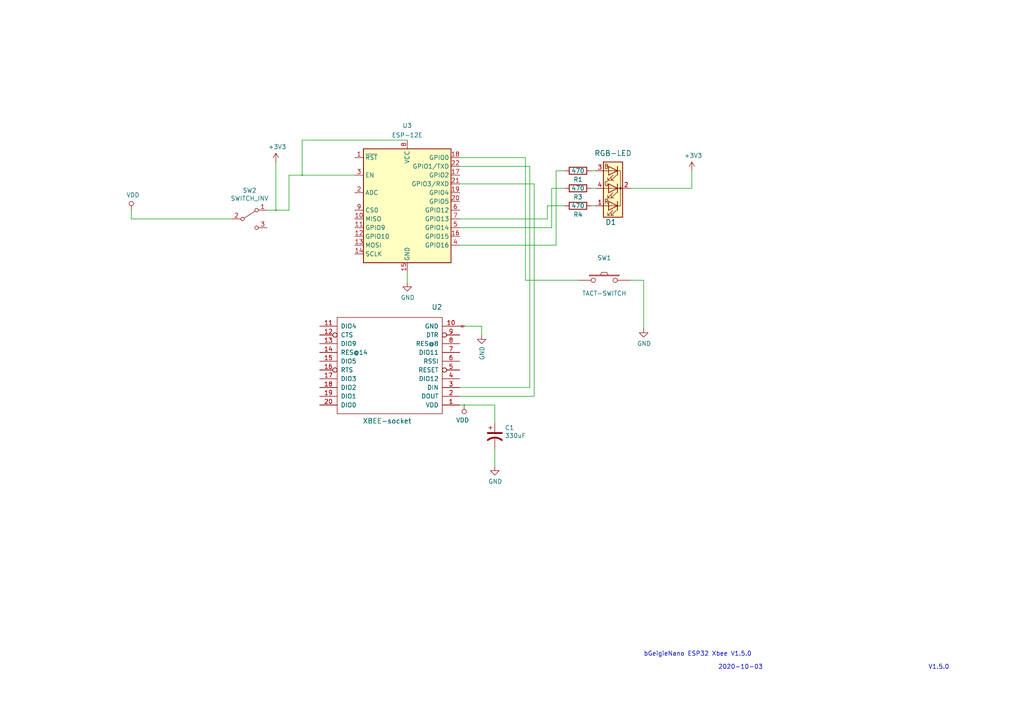
<source format=kicad_sch>
(kicad_sch (version 20210621) (generator eeschema)
  (paper "A4")
  (title_block (date "2021-07-22") (rev "V1.5.0"))
  (lib_symbols
    (symbol "RF_Module:ESP-12E"
      (property "Reference" "U" (at -12.7 19.05 0))
      (property "Value" "ESP-12E" (at 12.7 19.05 0))
      (symbol "ESP-12E_0_1"
        (rectangle (start -12.7 17.78) (end 12.7 -15.24) (stroke (width 0.254)) (fill (type background)))
      )
      (symbol "ESP-12E_1_1"
        (pin input line (at -15.24 15.24 0) (length 2.54) (name "~{RST}") (number "1"))
        (pin bidirectional line (at -15.24 -2.54 0) (length 2.54) (name "MISO") (number "10"))
        (pin bidirectional line (at -15.24 -5.08 0) (length 2.54) (name "GPIO9") (number "11"))
        (pin bidirectional line (at -15.24 -7.62 0) (length 2.54) (name "GPIO10") (number "12"))
        (pin bidirectional line (at -15.24 -10.16 0) (length 2.54) (name "MOSI") (number "13"))
        (pin bidirectional line (at -15.24 -12.7 0) (length 2.54) (name "SCLK") (number "14"))
        (pin power_in line (at 0 -17.78 90) (length 2.54) (name "GND") (number "15"))
        (pin bidirectional line (at 15.24 -7.62 180) (length 2.54) (name "GPIO15") (number "16"))
        (pin bidirectional line (at 15.24 10.16 180) (length 2.54) (name "GPIO2") (number "17"))
        (pin bidirectional line (at 15.24 15.24 180) (length 2.54) (name "GPIO0") (number "18"))
        (pin bidirectional line (at 15.24 5.08 180) (length 2.54) (name "GPIO4") (number "19"))
        (pin input line (at -15.24 5.08 0) (length 2.54) (name "ADC") (number "2"))
        (pin bidirectional line (at 15.24 2.54 180) (length 2.54) (name "GPIO5") (number "20"))
        (pin bidirectional line (at 15.24 7.62 180) (length 2.54) (name "GPIO3/RXD") (number "21"))
        (pin bidirectional line (at 15.24 12.7 180) (length 2.54) (name "GPIO1/TXD") (number "22"))
        (pin input line (at -15.24 10.16 0) (length 2.54) (name "EN") (number "3"))
        (pin bidirectional line (at 15.24 -10.16 180) (length 2.54) (name "GPIO16") (number "4"))
        (pin bidirectional line (at 15.24 -5.08 180) (length 2.54) (name "GPIO14") (number "5"))
        (pin bidirectional line (at 15.24 0 180) (length 2.54) (name "GPIO12") (number "6"))
        (pin bidirectional line (at 15.24 -2.54 180) (length 2.54) (name "GPIO13") (number "7"))
        (pin power_in line (at 0 20.32 270) (length 2.54) (name "VCC") (number "8"))
        (pin input line (at -15.24 0 0) (length 2.54) (name "CS0") (number "9"))
      )
    )
    (symbol "Switch:SW_SPDT" (pin_names (offset 0) hide)
      (property "Reference" "SW" (at 0 4.318 0))
      (property "Value" "SW_SPDT" (at 0 -5.08 0))
      (symbol "SW_SPDT_0_0"
        (circle (center -2.032 0) (radius 0.508))
        (circle (center 2.032 -2.54) (radius 0.508))
      )
      (symbol "SW_SPDT_0_1"
        (circle (center 2.032 2.54) (radius 0.508))
        (polyline (pts (xy -1.524 0.254) (xy 1.651 2.286)))
      )
      (symbol "SW_SPDT_1_1"
        (pin passive line (at 5.08 2.54 180) (length 2.54) (name "A") (number "1"))
        (pin passive line (at -5.08 0 0) (length 2.54) (name "B") (number "2"))
        (pin passive line (at 5.08 -2.54 180) (length 2.54) (name "C") (number "3"))
      )
    )
    (symbol "power:+3.3V" (power) (pin_names (offset 0))
      (property "Value" "+3.3V" (at 0 3.556 0))
      (symbol "+3.3V_0_1"
        (polyline (pts (xy -0.762 1.27) (xy 0 2.54)))
        (polyline (pts (xy 0 0) (xy 0 2.54)))
        (polyline (pts (xy 0 2.54) (xy 0.762 1.27)))
      )
      (symbol "+3.3V_1_1"
        (pin power_in line (at 0 0 90) (length 0) hide (name "+3V3") (number "1"))
      )
    )
    (symbol "power:VDD" (power) (pin_names (offset 0))
      (property "Value" "VDD" (at 0 3.81 0))
      (symbol "VDD_0_1"
        (circle (center 0 1.905) (radius 0.635))
        (polyline (pts (xy 0 0) (xy 0 1.27)))
      )
      (symbol "VDD_1_1"
        (pin power_in line (at 0 0 90) (length 0) hide (name "VDD") (number "1"))
      )
    )
    (symbol "xbee-eagle-import:XBEE-1B2" (pin_names (offset 1.016))
      (property "Value" "XBEE-1B2" (at -15.24 -17.78 0))
      (symbol "XBEE-1B2_1_0"
        (polyline (pts (xy -15.24 -15.24) (xy -15.24 12.7)))
        (polyline (pts (xy -15.24 12.7) (xy 15.24 12.7)))
        (polyline (pts (xy 15.24 -15.24) (xy -15.24 -15.24)))
        (polyline (pts (xy 15.24 12.7) (xy 15.24 -15.24)))
        (pin power_in line (at -20.32 10.16 0) (length 5.08) (name "VDD") (number "1"))
        (pin power_in line (at -20.32 -12.7 0) (length 5.08) (name "GND") (number "10"))
        (pin bidirectional line (at 20.32 -12.7 180) (length 5.08) (name "DIO4") (number "11"))
        (pin output inverted (at 20.32 -10.16 180) (length 5.08) (name "CTS") (number "12"))
        (pin bidirectional line (at 20.32 -7.62 180) (length 5.08) (name "DIO9") (number "13"))
        (pin bidirectional line (at 20.32 -5.08 180) (length 5.08) (name "RES@14") (number "14"))
        (pin bidirectional line (at 20.32 -2.54 180) (length 5.08) (name "DIO5") (number "15"))
        (pin input inverted (at 20.32 0 180) (length 5.08) (name "RTS") (number "16"))
        (pin bidirectional line (at 20.32 2.54 180) (length 5.08) (name "DIO3") (number "17"))
        (pin bidirectional line (at 20.32 5.08 180) (length 5.08) (name "DIO2") (number "18"))
        (pin bidirectional line (at 20.32 7.62 180) (length 5.08) (name "DIO1") (number "19"))
        (pin output line (at -20.32 7.62 0) (length 5.08) (name "DOUT") (number "2"))
        (pin bidirectional line (at 20.32 10.16 180) (length 5.08) (name "DIO0") (number "20"))
        (pin input line (at -20.32 5.08 0) (length 5.08) (name "DIN") (number "3"))
        (pin bidirectional line (at -20.32 2.54 0) (length 5.08) (name "DIO12") (number "4"))
        (pin input inverted (at -20.32 0 0) (length 5.08) (name "RESET") (number "5"))
        (pin bidirectional line (at -20.32 -2.54 0) (length 5.08) (name "RSSI") (number "6"))
        (pin bidirectional line (at -20.32 -5.08 0) (length 5.08) (name "DIO11") (number "7"))
        (pin bidirectional line (at -20.32 -7.62 0) (length 5.08) (name "RES@8") (number "8"))
        (pin bidirectional inverted (at -20.32 -10.16 0) (length 5.08) (name "DTR") (number "9"))
      )
    )
    (symbol "xbee-rescue:CP1-kicad_project_geiger-cache" (pin_numbers hide) (pin_names (offset 0.254) hide)
      (property "Reference" "C" (at 0.635 2.54 0))
      (property "Value" "CP1-kicad_project_geiger-cache" (at 0.635 -2.54 0))
      (symbol "CP1-kicad_project_geiger-cache_0_1"
        (arc (start -2.032 -1.27) (end 2.032 -1.27) (radius (at 0 -3.81) (length 3.2512) (angles 128.7 51.3)) (stroke (width 0.508)))
        (polyline (pts (xy -2.032 0.762) (xy 2.032 0.762)) (stroke (width 0.508)))
        (polyline (pts (xy -1.778 2.286) (xy -0.762 2.286)))
        (polyline (pts (xy -1.27 1.778) (xy -1.27 2.794)))
      )
      (symbol "CP1-kicad_project_geiger-cache_1_1"
        (pin passive line (at 0 3.81 270) (length 2.794) (name "~") (number "1"))
        (pin passive line (at 0 -3.81 90) (length 3.302) (name "~") (number "2"))
      )
    )
    (symbol "xbee-rescue:GND-kicad_project_geiger-cache" (power) (pin_names (offset 0))
      (property "Value" "GND-kicad_project_geiger-cache" (at 0 -3.81 0))
      (symbol "GND-kicad_project_geiger-cache_0_1"
        (polyline (pts (xy 0 0) (xy 0 -1.27) (xy 1.27 -1.27) (xy 0 -2.54) (xy -1.27 -1.27) (xy 0 -1.27)))
      )
      (symbol "GND-kicad_project_geiger-cache_1_1"
        (pin power_in line (at 0 0 270) (length 0) hide (name "GND") (number "1"))
      )
    )
    (symbol "xbee-rescue:LED_RCBG-device" (pin_names (offset 0) hide)
      (property "Reference" "D" (at 0 9.398 0))
      (property "Value" "LED_RCBG-device" (at 0 -8.89 0))
      (symbol "LED_RCBG-device_0_0"
        (text "B" (at 1.905 -6.35 0) (effects (font (size 1.27 1.27))))
        (text "G" (at 1.905 -1.27 0) (effects (font (size 1.27 1.27))))
        (text "R" (at 1.905 3.81 0) (effects (font (size 1.27 1.27))))
      )
      (symbol "LED_RCBG-device_0_1"
        (circle (center -2.159 0) (radius 0.254) (fill (type outline)))
        (rectangle (start 1.27 -1.27) (end 1.27 1.27))
        (rectangle (start 1.27 1.27) (end 1.27 1.27))
        (rectangle (start 1.27 3.81) (end 1.27 6.35))
        (rectangle (start 1.27 6.35) (end 1.27 6.35))
        (rectangle (start 2.794 8.382) (end -2.794 -7.62) (stroke (width 0.254)) (fill (type background)))
        (polyline (pts (xy -1.27 -5.08) (xy 1.27 -5.08)))
        (polyline (pts (xy -1.27 -3.81) (xy -1.27 -6.35)))
        (polyline (pts (xy -1.27 -3.81) (xy -1.27 -6.35)) (stroke (width 0.2032)))
        (polyline (pts (xy -1.27 0) (xy -2.54 0)))
        (polyline (pts (xy -1.27 1.27) (xy -1.27 -1.27)) (stroke (width 0.2032)))
        (polyline (pts (xy -1.27 5.08) (xy 1.27 5.08)))
        (polyline (pts (xy -1.27 6.35) (xy -1.27 3.81)) (stroke (width 0.2032)))
        (polyline (pts (xy 1.27 -5.08) (xy 2.54 -5.08)))
        (polyline (pts (xy 1.27 0) (xy -1.27 0)))
        (polyline (pts (xy 1.27 0) (xy 2.54 0)))
        (polyline (pts (xy 1.27 5.08) (xy 2.54 5.08)))
        (polyline (pts (xy -1.27 1.27) (xy -1.27 -1.27) (xy -1.27 -1.27)))
        (polyline (pts (xy -1.27 6.35) (xy -1.27 3.81) (xy -1.27 3.81)))
        (polyline (pts (xy -1.27 5.08) (xy -2.159 5.08) (xy -2.159 -5.08) (xy -1.016 -5.08)))
        (polyline (pts (xy 1.27 -3.81) (xy 1.27 -6.35) (xy -1.27 -5.08) (xy 1.27 -3.81)) (stroke (width 0.2032)))
        (polyline (pts (xy 1.27 1.27) (xy 1.27 -1.27) (xy -1.27 0) (xy 1.27 1.27)) (stroke (width 0.2032)))
        (polyline (pts (xy 1.27 6.35) (xy 1.27 3.81) (xy -1.27 5.08) (xy 1.27 6.35)) (stroke (width 0.2032)))
        (polyline (pts (xy -1.016 -3.81) (xy 0.508 -2.286) (xy -0.254 -2.286) (xy 0.508 -2.286) (xy 0.508 -3.048)))
        (polyline (pts (xy -1.016 1.27) (xy 0.508 2.794) (xy -0.254 2.794) (xy 0.508 2.794) (xy 0.508 2.032)))
        (polyline (pts (xy -1.016 6.35) (xy 0.508 7.874) (xy -0.254 7.874) (xy 0.508 7.874) (xy 0.508 7.112)))
        (polyline (pts (xy 0 -3.81) (xy 1.524 -2.286) (xy 0.762 -2.286) (xy 1.524 -2.286) (xy 1.524 -3.048)))
        (polyline (pts (xy 0 1.27) (xy 1.524 2.794) (xy 0.762 2.794) (xy 1.524 2.794) (xy 1.524 2.032)))
        (polyline (pts (xy 0 6.35) (xy 1.524 7.874) (xy 0.762 7.874) (xy 1.524 7.874) (xy 1.524 7.112)))
      )
      (symbol "LED_RCBG-device_1_1"
        (pin passive line (at 5.08 5.08 180) (length 2.54) (name "RA") (number "1"))
        (pin passive line (at -5.08 0 0) (length 2.54) (name "K") (number "2"))
        (pin passive line (at 5.08 -5.08 180) (length 2.54) (name "BA") (number "3"))
        (pin passive line (at 5.08 0 180) (length 2.54) (name "GA") (number "4"))
      )
    )
    (symbol "xbee-rescue:R-device" (pin_numbers hide) (pin_names (offset 0))
      (property "Reference" "R" (at 2.032 0 90))
      (property "Value" "R-device" (at 0 0 90))
      (symbol "R-device_0_1"
        (rectangle (start -1.016 -2.54) (end 1.016 2.54) (stroke (width 0.254)))
      )
      (symbol "R-device_1_1"
        (pin passive line (at 0 3.81 270) (length 1.27) (name "~") (number "1"))
        (pin passive line (at 0 -3.81 90) (length 1.27) (name "~") (number "2"))
      )
    )
    (symbol "xbee-rescue:TACT-SWITCH-tinkerforge" (pin_numbers hide) (pin_names (offset 1.016) hide)
      (property "Reference" "SW" (at 3.81 2.794 0))
      (property "Value" "TACT-SWITCH-tinkerforge" (at 0 -2.032 0))
      (symbol "TACT-SWITCH-tinkerforge_0_1"
        (rectangle (start -4.318 1.27) (end 4.318 1.524))
        (polyline (pts (xy -1.016 1.524) (xy -0.762 2.286) (xy 0.762 2.286) (xy 1.016 1.524)))
        (pin passive inverted (at -7.62 0 0) (length 5.08) (name "1") (number "1"))
        (pin passive inverted (at 7.62 0 180) (length 5.08) (name "2") (number "2"))
      )
    )
  )
  (junction (at 80.01 60.96) (diameter 0.259))
  (junction (at 87.63 50.8) (diameter 0.259))
  (junction (at 134.62 117.475) (diameter 0.259))
  (wire (pts (xy 38.1 63.5) (xy 38.1 60.96)))
  (wire (pts (xy 38.1 63.5) (xy 67.31 63.5)))
  (wire (pts (xy 77.47 60.96) (xy 80.01 60.96)))
  (wire (pts (xy 80.01 46.99) (xy 80.01 60.96)))
  (wire (pts (xy 80.01 60.96) (xy 83.82 60.96)))
  (wire (pts (xy 83.82 50.8) (xy 83.82 60.96)))
  (wire (pts (xy 83.82 50.8) (xy 87.63 50.8)))
  (wire (pts (xy 87.63 40.64) (xy 87.63 50.8)))
  (wire (pts (xy 87.63 40.64) (xy 118.11 40.64)))
  (wire (pts (xy 87.63 50.8) (xy 102.87 50.8)))
  (wire (pts (xy 118.11 78.74) (xy 118.11 81.915)))
  (wire (pts (xy 133.35 45.72) (xy 152.4 45.72)))
  (wire (pts (xy 133.35 48.26) (xy 153.67 48.26)))
  (wire (pts (xy 133.35 53.34) (xy 154.94 53.34)))
  (wire (pts (xy 133.35 63.5) (xy 158.75 63.5)))
  (wire (pts (xy 133.35 66.04) (xy 160.02 66.04)))
  (wire (pts (xy 133.35 71.12) (xy 161.29 71.12)))
  (wire (pts (xy 133.35 112.395) (xy 153.67 112.395)))
  (wire (pts (xy 133.35 114.935) (xy 154.94 114.935)))
  (wire (pts (xy 133.35 117.475) (xy 134.62 117.475)))
  (wire (pts (xy 134.62 94.615) (xy 139.7 94.615)))
  (wire (pts (xy 134.62 117.475) (xy 143.51 117.475)))
  (wire (pts (xy 139.7 94.615) (xy 139.7 97.155)))
  (wire (pts (xy 143.51 117.475) (xy 143.51 122.555)))
  (wire (pts (xy 143.51 135.255) (xy 143.51 130.175)))
  (wire (pts (xy 152.4 45.72) (xy 152.4 81.28)))
  (wire (pts (xy 152.4 81.28) (xy 167.64 81.28)))
  (wire (pts (xy 153.67 48.26) (xy 153.67 112.395)))
  (wire (pts (xy 154.94 53.34) (xy 154.94 114.935)))
  (wire (pts (xy 158.75 59.69) (xy 158.75 63.5)))
  (wire (pts (xy 158.75 59.69) (xy 163.83 59.69)))
  (wire (pts (xy 160.02 54.61) (xy 160.02 66.04)))
  (wire (pts (xy 160.02 54.61) (xy 163.83 54.61)))
  (wire (pts (xy 161.29 71.12) (xy 161.29 49.53)))
  (wire (pts (xy 163.83 49.53) (xy 161.29 49.53)))
  (wire (pts (xy 171.45 54.61) (xy 172.72 54.61)))
  (wire (pts (xy 171.45 59.69) (xy 172.72 59.69)))
  (wire (pts (xy 172.72 49.53) (xy 171.45 49.53)))
  (wire (pts (xy 182.88 54.61) (xy 200.66 54.61)))
  (wire (pts (xy 186.69 81.28) (xy 182.88 81.28)))
  (wire (pts (xy 186.69 95.25) (xy 186.69 81.28)))
  (wire (pts (xy 200.66 54.61) (xy 200.66 49.53)))
  (text "bGeigieNano ESP32 Xbee V1.5.0" (at 186.69 190.5 0) (effects (font (size 1.27 1.27)) (justify left bottom)))
  (text "2020-10-03" (at 208.28 194.31 0) (effects (font (size 1.27 1.27)) (justify left bottom)))
  (text "V1.5.0" (at 269.24 194.31 0) (effects (font (size 1.27 1.27)) (justify left bottom)))
  (global_label "GND" (shape bidirectional) (at 133.35 94.615 0) (effects (font (size 0.254 0.254))) (property "Intersheet References" "${INTERSHEET_REFS}" (effects hide)))
  (symbol (lib_id "power:VDD") (at 38.1 60.96 0) (unit 1)
    (property "Reference" "#PWR0101" (effects hide))
    (property "Value" "VDD" (at 38.5572 56.5658 0))
  )
  (symbol (lib_id "power:VDD") (at 134.62 117.475 180) (unit 1)
    (property "Reference" "#PWR0105" (effects hide))
    (property "Value" "VDD" (at 134.1628 121.8692 0))
  )
  (symbol (lib_id "power:+3.3V") (at 80.01 46.99 0) (unit 1)
    (property "Reference" "#PWR0102" (effects hide))
    (property "Value" "+3.3V" (at 80.391 42.5958 0))
  )
  (symbol (lib_id "power:+3.3V") (at 200.66 49.53 0) (unit 1)
    (property "Reference" "#PWR02" (effects hide))
    (property "Value" "+3.3V" (at 201.041 45.1358 0))
  )
  (symbol (lib_id "xbee-rescue:GND-kicad_project_geiger-cache") (at 118.11 81.915 0) (unit 1)
    (property "Reference" "#PWR03" (effects hide))
    (property "Value" "GND" (at 118.237 86.3092 0))
  )
  (symbol (lib_id "xbee-rescue:GND-kicad_project_geiger-cache") (at 139.7 97.155 0) (unit 1)
    (property "Reference" "#PWR01" (effects hide))
    (property "Value" "GND" (at 139.827 100.4062 90) (effects (justify right)))
  )
  (symbol (lib_id "xbee-rescue:GND-kicad_project_geiger-cache") (at 143.51 135.255 0) (unit 1)
    (property "Reference" "#PWR04" (effects hide))
    (property "Value" "GND" (at 143.637 139.6492 0))
  )
  (symbol (lib_id "xbee-rescue:GND-kicad_project_geiger-cache") (at 186.69 95.25 0) (unit 1)
    (property "Reference" "#PWR0106" (effects hide))
    (property "Value" "GND" (at 186.817 99.6442 0))
  )
  (symbol (lib_id "xbee-rescue:R-device") (at 167.64 49.53 90) (unit 1)
    (property "Reference" "R1" (at 167.64 52.07 90))
    (property "Value" "470" (at 167.64 49.53 90))
    (property "Footprint" "Resistors_SMD:R_0805_HandSoldering" (effects hide))
  )
  (symbol (lib_id "xbee-rescue:R-device") (at 167.64 54.61 90) (unit 1)
    (property "Reference" "R3" (at 167.64 57.15 90))
    (property "Value" "470" (at 167.64 54.61 90))
    (property "Footprint" "Resistors_SMD:R_0805_HandSoldering" (effects hide))
  )
  (symbol (lib_id "xbee-rescue:R-device") (at 167.64 59.69 90) (unit 1)
    (property "Reference" "R4" (at 167.64 62.23 90))
    (property "Value" "470" (at 167.64 59.69 90))
    (property "Footprint" "Resistors_SMD:R_0805_HandSoldering" (effects hide))
  )
  (symbol (lib_id "xbee-rescue:CP1-kicad_project_geiger-cache") (at 143.51 126.365 0) (unit 1)
    (property "Reference" "C1" (at 146.431 124.0536 0) (effects (justify left)))
    (property "Value" "330uF" (at 146.431 126.365 0) (effects (justify left)))
    (property "Footprint" "Capacitor_Tantalum_SMD:CP_EIA-6032-15_Kemet-U_Pad2.25x2.35mm_HandSolder" (effects hide))
  )
  (symbol (lib_id "xbee-rescue:TACT-SWITCH-tinkerforge") (at 175.26 81.28 0) (unit 1)
    (property "Reference" "SW1" (at 175.26 74.803 0))
    (property "Value" "TACT-SWITCH" (at 175.26 85.09 0))
    (property "Footprint" "Buttons_Switches_SMD:SW_SPST_TL3342" (effects hide))
  )
  (symbol (lib_id "Switch:SW_SPDT") (at 72.39 63.5 0) (unit 1)
    (property "Reference" "SW2" (at 72.39 55.245 0))
    (property "Value" "SWITCH_INV" (at 72.39 57.5564 0))
    (property "Footprint" "Buttons_Switches_SMD:SW_SPDT_PCM12" (effects hide))
  )
  (symbol (lib_id "xbee-rescue:LED_RCBG-device") (at 177.8 54.61 180) (unit 1)
    (property "Reference" "D1" (at 177.165 64.4398 0) (effects (font (size 1.524 1.524))))
    (property "Value" "RGB-LED" (at 177.8 44.45 0) (effects (font (size 1.524 1.524))))
    (property "Footprint" "digikey-footprints:DJS-BRGBC-TR8" (effects hide))
  )
  (symbol (lib_id "xbee-eagle-import:XBEE-1B2") (at 113.03 107.315 180) (unit 1)
    (property "Reference" "U2" (at 128.27 88.265 0) (effects (font (size 1.4224 1.4224)) (justify left bottom)))
    (property "Value" "XBEE-socket" (at 119.38 121.285 0) (effects (font (size 1.4224 1.4224)) (justify left bottom)))
    (property "Footprint" "digikey-footprints:XBEE-20_THT" (effects hide))
  )
  (symbol (lib_id "RF_Module:ESP-12E") (at 118.11 60.96 0) (unit 1)
    (property "Reference" "U3" (at 118.11 36.4194 0))
    (property "Value" "ESP-12E" (at 118.11 39.1945 0))
    (property "Footprint" "RF_Module:ESP-12E" (effects hide))
    (property "Datasheet" "http://wiki.ai-thinker.com/_media/esp8266/esp8266_series_modules_user_manual_v1.1.pdf" (effects hide))
  )
)
</source>
